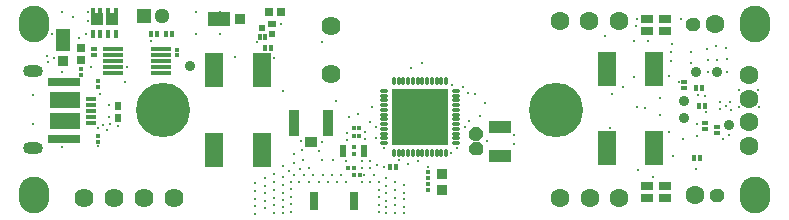
<source format=gts>
%FSTAX23Y23*%
%MOIN*%
%SFA1B1*%

%IPPOS*%
%ADD36C,0.007900*%
%ADD37R,0.031500X0.063000*%
%ADD39R,0.039400X0.031500*%
%ADD71C,0.023600*%
%ADD72C,0.051200*%
%ADD132C,0.024000*%
%ADD133R,0.017700X0.013800*%
%ADD134R,0.015000X0.020900*%
%ADD135R,0.189000X0.189000*%
%ADD136O,0.011800X0.029500*%
%ADD137O,0.029500X0.011800*%
%ADD138R,0.102400X0.055100*%
%ADD139R,0.035400X0.017700*%
%ADD140R,0.106300X0.027600*%
%ADD141R,0.047200X0.074800*%
%ADD142R,0.035400X0.035400*%
%ADD143R,0.025600X0.027600*%
%ADD144O,0.070900X0.015700*%
%ADD145R,0.041100X0.043300*%
%ADD146R,0.041200X0.043300*%
%ADD147R,0.015700X0.031500*%
%ADD148R,0.023600X0.027600*%
%ADD149C,0.035400*%
%ADD150R,0.020900X0.015000*%
%ADD151R,0.059100X0.112200*%
%ADD152R,0.074800X0.047200*%
%ADD153R,0.035400X0.035400*%
%ADD154R,0.016500X0.023600*%
%ADD155R,0.023600X0.023600*%
%ADD156R,0.027600X0.025600*%
%ADD157C,0.011800*%
%ADD158R,0.035400X0.090600*%
%ADD159R,0.043300X0.035400*%
%ADD160R,0.013800X0.017700*%
%ADD161R,0.017700X0.017700*%
%ADD162R,0.021700X0.043300*%
%ADD163R,0.074800X0.043300*%
%ADD164R,0.035400X0.033500*%
%ADD165C,0.063000*%
%ADD166C,0.181100*%
%ADD167O,0.102400X0.122000*%
%ADD168O,0.066900X0.039400*%
%ADD169R,0.051200X0.051200*%
%ADD170C,0.063900*%
%ADD171C,0.013000*%
%LNvapeix_mini_pcb-1*%
%LPD*%
G54D36*
X0438Y03375D03*
X04362Y03365D03*
Y03389D03*
X04396Y03388D03*
X04398Y03361D03*
X02354Y03309D03*
X03154Y03349D03*
X032Y03372D03*
X04161Y03346D03*
X02225Y03603D03*
X02271Y03622D03*
X04311Y03409D03*
X04288Y03411D03*
X04304Y03435D03*
X03054Y03309D03*
X02942Y0332D03*
X04426Y03372D03*
X04425Y03429D03*
X04489Y0343D03*
X0449Y03371D03*
X04349Y03574D03*
X04385Y0349D03*
X04321D03*
X04352Y0353D03*
X04382Y03569D03*
X04318Y03567D03*
X04383Y03532D03*
X04322Y0353D03*
X03321Y03183D03*
X03355Y03192D03*
X03577Y03386D03*
X03512Y03305D03*
X04285Y03275D03*
X04139Y03516D03*
X04242Y03334D03*
X03543Y03417D03*
X03521Y0342D03*
X03505Y03438D03*
X04191Y03476D03*
X03977Y03609D03*
X0411Y03369D03*
X03468Y03445D03*
X02817Y03465D03*
X02846Y03464D03*
X02876Y03535D03*
X02696Y03459D03*
X02662Y03515D03*
X03036Y0359D03*
X02593Y03509D03*
X02745Y03539D03*
X03485Y03237D03*
X03214Y03306D03*
X0308Y03391D03*
X03215Y03268D03*
X04232Y03664D03*
X04371Y03264D03*
X0439Y03279D03*
X04391Y03313D03*
X04081Y03642D03*
X04001Y03414D03*
X04226Y03455D03*
X04239Y03267D03*
X04281Y03165D03*
X0419Y03289D03*
X04143Y03257D03*
X04089Y03163D03*
X042Y03582D03*
X04118Y03626D03*
X04199Y03556D03*
X04075Y03592D03*
X0428Y03489D03*
X04266Y0352D03*
X04204Y03208D03*
X04138Y0314D03*
X04118Y03109D03*
X04039Y03439D03*
X04172Y03069D03*
X04073Y03471D03*
X04118Y03069D03*
X04085Y03664D03*
X04083Y03373D03*
X03995Y03302D03*
X04265Y03556D03*
X0416Y03403D03*
X04198Y03527D03*
X04314Y03355D03*
X0412Y03591D03*
X04285Y03315D03*
X02905Y03425D03*
X02833Y03229D03*
X02819Y03588D03*
X03984Y03499D03*
Y03234D03*
X02676Y03229D03*
X03584Y0326D03*
X03628Y03208D03*
X03629Y03306D03*
X03676Y0328D03*
Y0325D03*
X03309Y0302D03*
X02811Y03067D03*
Y03042D03*
Y03017D03*
Y03092D03*
Y03118D03*
X03106Y03226D03*
X02905Y03177D03*
X03218Y0318D03*
X03209Y03145D03*
X02924Y03159D03*
X03117Y03287D03*
X03179Y0329D03*
Y03264D03*
X03117Y03263D03*
X02941Y03217D03*
X02942Y03184D03*
X02905Y03018D03*
X03248Y03019D03*
X02964Y03259D03*
X03195Y03168D03*
Y03193D03*
X03025Y03226D03*
X03034Y03256D03*
X03167Y03169D03*
Y03193D03*
X02968Y03229D03*
X0297Y03196D03*
X02962Y03166D03*
X03071Y03194D03*
X0299Y03168D03*
X03036Y03197D03*
X03116Y03193D03*
X02875Y03149D03*
Y03122D03*
X02846Y03137D03*
Y03035D03*
Y0311D03*
Y03085D03*
Y0306D03*
X02875Y0302D03*
Y03095D03*
Y0307D03*
Y03045D03*
X02905Y03138D03*
Y03038D03*
Y03111D03*
Y03086D03*
Y03061D03*
X03309Y03064D03*
Y03087D03*
Y03111D03*
Y03039D03*
X03277Y03045D03*
Y0307D03*
Y03095D03*
Y0302D03*
Y03122D03*
X03248Y0306D03*
Y03085D03*
Y0311D03*
Y03039D03*
Y03137D03*
X03223Y03123D03*
Y03021D03*
Y03096D03*
Y03071D03*
Y03046D03*
X03167Y03123D03*
X03195D03*
X03099Y03145D03*
X02941D03*
X02973D03*
X03006D03*
X03037D03*
X03069D03*
X03086Y03123D03*
X03054D03*
X03023D03*
X0299D03*
X02958D03*
X0293Y03048D03*
Y03073D03*
Y03098D03*
Y03023D03*
Y03123D03*
X03116D03*
X03389Y03172D03*
X03174Y03146D03*
X03175Y03227D03*
X03463Y03219D03*
X03242Y03236D03*
X0324Y03171D03*
X02323Y03379D03*
X02325Y0334D03*
X02289Y03242D03*
X02378Y03455D03*
X02384Y03505D03*
X02248Y03616D03*
X02499Y03564D03*
X02276Y03674D03*
X02296Y03656D03*
X02294Y0369D03*
X02254Y03658D03*
X02253Y03688D03*
X02897Y03648D03*
X0267Y03664D03*
X02761Y03667D03*
X02694Y0369D03*
X02696Y03616D03*
X02615D03*
Y0369D03*
X03124Y03338D03*
X02205Y03671D03*
X02169Y03689D03*
X02136Y03614D03*
X02169Y03238D03*
X02072Y03316D03*
Y03411D03*
X02169Y0349D03*
X02276Y03545D03*
X02463Y03593D03*
X02265Y03506D03*
X04288Y03375D03*
X0356Y03343D03*
X03524Y03325D03*
X03194Y03323D03*
X0329Y03195D03*
X03332Y03501D03*
X03369Y03518D03*
X02288Y03301D03*
X02328Y03316D03*
X02317Y03294D03*
X02295Y03416D03*
X02119Y03543D03*
X0212Y03521D03*
X02141Y03536D03*
X02162D03*
G54D37*
X03008Y03058D03*
X03141D03*
G54D39*
X04118Y03069D03*
Y03109D03*
X04178Y03069D03*
Y03109D03*
X04117Y03624D03*
Y03664D03*
X04177Y03624D03*
Y03664D03*
G54D71*
X03818Y03433D03*
X03866Y03412D03*
X03885Y03364D03*
X03866Y03314D03*
X03817Y03295D03*
X03767Y03314D03*
X03746Y03364D03*
X03768Y03416D03*
X02457D03*
X02435Y03364D03*
X02456Y03314D03*
X02506Y03295D03*
X02555Y03314D03*
X02574Y03364D03*
X02555Y03412D03*
X02507Y03433D03*
G54D72*
X02502Y03675D03*
G54D132*
X0428Y03649D02*
D01*
X0428Y03649*
X0428Y0365*
X04279Y03651*
X04279Y03652*
X04279Y03652*
X04279Y03653*
X04278Y03654*
X04278Y03654*
X04278Y03655*
X04277Y03656*
X04277Y03656*
X04276Y03657*
X04275Y03657*
X04275Y03658*
X04274Y03658*
X04274Y03658*
X04273Y03659*
X04272Y03659*
X04271Y03659*
X04271Y03659*
X0427Y03659*
X04269Y03659*
X04268*
X04268Y03659*
X04267Y03659*
X04266Y03659*
X04265Y03659*
X04265Y03659*
X04264Y03658*
X04263Y03658*
X04263Y03658*
X04262Y03657*
X04261Y03657*
X04261Y03656*
X0426Y03656*
X0426Y03655*
X04259Y03654*
X04259Y03654*
X04259Y03653*
X04258Y03652*
X04258Y03652*
X04258Y03651*
X04258Y0365*
X04258Y03649*
X04258Y03649*
X04258Y03648*
X04258Y03647*
X04258Y03646*
X04258Y03645*
X04258Y03645*
X04259Y03644*
X04259Y03643*
X04259Y03643*
X0426Y03642*
X0426Y03641*
X04261Y03641*
X04261Y0364*
X04262Y0364*
X04263Y03639*
X04263Y03639*
X04264Y03639*
X04265Y03638*
X04265Y03638*
X04266Y03638*
X04267Y03638*
X04268Y03638*
X04268Y03638*
X04269*
X0427Y03638*
X04271Y03638*
X04271Y03638*
X04272Y03638*
X04273Y03638*
X04274Y03639*
X04274Y03639*
X04275Y03639*
X04275Y0364*
X04276Y0364*
X04277Y03641*
X04277Y03641*
X04278Y03642*
X04278Y03643*
X04278Y03643*
X04279Y03644*
X04279Y03645*
X04279Y03645*
X04279Y03646*
X0428Y03647*
X0428Y03648*
X0428Y03649*
X04282D02*
D01*
X04282Y03649*
X04282Y0365*
X04282Y03651*
X04281Y03652*
X04281Y03652*
X04281Y03653*
X04281Y03654*
X0428Y03654*
X0428Y03655*
X04279Y03656*
X04279Y03656*
X04278Y03657*
X04278Y03657*
X04277Y03658*
X04276Y03658*
X04276Y03658*
X04275Y03659*
X04274Y03659*
X04274Y03659*
X04273Y03659*
X04272Y03659*
X04271Y03659*
X04271*
X0427Y03659*
X04269Y03659*
X04268Y03659*
X04268Y03659*
X04267Y03659*
X04266Y03658*
X04265Y03658*
X04265Y03658*
X04264Y03657*
X04264Y03657*
X04263Y03656*
X04262Y03656*
X04262Y03655*
X04262Y03654*
X04261Y03654*
X04261Y03653*
X04261Y03652*
X0426Y03652*
X0426Y03651*
X0426Y0365*
X0426Y03649*
X0426Y03649*
X0426Y03648*
X0426Y03647*
X0426Y03646*
X0426Y03645*
X04261Y03645*
X04261Y03644*
X04261Y03643*
X04262Y03643*
X04262Y03642*
X04262Y03641*
X04263Y03641*
X04264Y0364*
X04264Y0364*
X04265Y03639*
X04265Y03639*
X04266Y03639*
X04267Y03638*
X04268Y03638*
X04268Y03638*
X04269Y03638*
X0427Y03638*
X04271Y03638*
X04271*
X04272Y03638*
X04273Y03638*
X04274Y03638*
X04274Y03638*
X04275Y03638*
X04276Y03639*
X04276Y03639*
X04277Y03639*
X04278Y0364*
X04278Y0364*
X04279Y03641*
X04279Y03641*
X0428Y03642*
X0428Y03643*
X04281Y03643*
X04281Y03644*
X04281Y03645*
X04281Y03645*
X04282Y03646*
X04282Y03647*
X04282Y03648*
X04282Y03649*
X0436Y03079D02*
D01*
X0436Y03079*
X0436Y0308*
X04359Y03081*
X04359Y03082*
X04359Y03082*
X04359Y03083*
X04358Y03084*
X04358Y03084*
X04358Y03085*
X04357Y03086*
X04357Y03086*
X04356Y03087*
X04355Y03087*
X04355Y03088*
X04354Y03088*
X04354Y03088*
X04353Y03089*
X04352Y03089*
X04351Y03089*
X04351Y03089*
X0435Y03089*
X04349Y03089*
X04348*
X04348Y03089*
X04347Y03089*
X04346Y03089*
X04345Y03089*
X04345Y03089*
X04344Y03088*
X04343Y03088*
X04343Y03088*
X04342Y03087*
X04341Y03087*
X04341Y03086*
X0434Y03086*
X0434Y03085*
X04339Y03084*
X04339Y03084*
X04339Y03083*
X04338Y03082*
X04338Y03082*
X04338Y03081*
X04338Y0308*
X04338Y03079*
X04338Y03079*
X04338Y03078*
X04338Y03077*
X04338Y03076*
X04338Y03075*
X04338Y03075*
X04339Y03074*
X04339Y03073*
X04339Y03073*
X0434Y03072*
X0434Y03071*
X04341Y03071*
X04341Y0307*
X04342Y0307*
X04343Y03069*
X04343Y03069*
X04344Y03069*
X04345Y03068*
X04345Y03068*
X04346Y03068*
X04347Y03068*
X04348Y03068*
X04348Y03068*
X04349*
X0435Y03068*
X04351Y03068*
X04351Y03068*
X04352Y03068*
X04353Y03068*
X04354Y03069*
X04354Y03069*
X04355Y03069*
X04355Y0307*
X04356Y0307*
X04357Y03071*
X04357Y03071*
X04358Y03072*
X04358Y03073*
X04358Y03073*
X04359Y03074*
X04359Y03075*
X04359Y03075*
X04359Y03076*
X0436Y03077*
X0436Y03078*
X0436Y03079*
X04362D02*
D01*
X04362Y03079*
X04362Y0308*
X04362Y03081*
X04361Y03082*
X04361Y03082*
X04361Y03083*
X04361Y03084*
X0436Y03084*
X0436Y03085*
X04359Y03086*
X04359Y03086*
X04358Y03087*
X04358Y03087*
X04357Y03088*
X04356Y03088*
X04356Y03088*
X04355Y03089*
X04354Y03089*
X04354Y03089*
X04353Y03089*
X04352Y03089*
X04351Y03089*
X04351*
X0435Y03089*
X04349Y03089*
X04348Y03089*
X04348Y03089*
X04347Y03089*
X04346Y03088*
X04345Y03088*
X04345Y03088*
X04344Y03087*
X04344Y03087*
X04343Y03086*
X04342Y03086*
X04342Y03085*
X04342Y03084*
X04341Y03084*
X04341Y03083*
X04341Y03082*
X0434Y03082*
X0434Y03081*
X0434Y0308*
X0434Y03079*
X0434Y03079*
X0434Y03078*
X0434Y03077*
X0434Y03076*
X0434Y03075*
X04341Y03075*
X04341Y03074*
X04341Y03073*
X04342Y03073*
X04342Y03072*
X04342Y03071*
X04343Y03071*
X04344Y0307*
X04344Y0307*
X04345Y03069*
X04345Y03069*
X04346Y03069*
X04347Y03068*
X04348Y03068*
X04348Y03068*
X04349Y03068*
X0435Y03068*
X04351Y03068*
X04351*
X04352Y03068*
X04353Y03068*
X04354Y03068*
X04354Y03068*
X04355Y03068*
X04356Y03069*
X04356Y03069*
X04357Y03069*
X04358Y0307*
X04358Y0307*
X04359Y03071*
X04359Y03071*
X0436Y03072*
X0436Y03073*
X04361Y03073*
X04361Y03074*
X04361Y03075*
X04361Y03075*
X04362Y03076*
X04362Y03077*
X04362Y03078*
X04362Y03079*
X03559Y03235D02*
D01*
X03559Y03235*
X03559Y03236*
X03559Y03237*
X03559Y03238*
X03559Y03238*
X03558Y03239*
X03558Y0324*
X03558Y0324*
X03557Y03241*
X03557Y03242*
X03556Y03242*
X03556Y03243*
X03555Y03243*
X03554Y03244*
X03554Y03244*
X03553Y03244*
X03552Y03245*
X03552Y03245*
X03551Y03245*
X0355Y03245*
X03549Y03245*
X03549Y03245*
X03548*
X03547Y03245*
X03546Y03245*
X03546Y03245*
X03545Y03245*
X03544Y03245*
X03543Y03244*
X03543Y03244*
X03542Y03244*
X03542Y03243*
X03541Y03243*
X0354Y03242*
X0354Y03242*
X03539Y03241*
X03539Y0324*
X03539Y0324*
X03538Y03239*
X03538Y03238*
X03538Y03238*
X03538Y03237*
X03537Y03236*
X03537Y03235*
X03537Y03235*
X03537Y03234*
X03537Y03233*
X03538Y03232*
X03538Y03231*
X03538Y03231*
X03538Y0323*
X03539Y03229*
X03539Y03229*
X03539Y03228*
X0354Y03227*
X0354Y03227*
X03541Y03226*
X03542Y03226*
X03542Y03225*
X03543Y03225*
X03543Y03225*
X03544Y03224*
X03545Y03224*
X03546Y03224*
X03546Y03224*
X03547Y03224*
X03548Y03224*
X03549*
X03549Y03224*
X0355Y03224*
X03551Y03224*
X03552Y03224*
X03552Y03224*
X03553Y03225*
X03554Y03225*
X03554Y03225*
X03555Y03226*
X03556Y03226*
X03556Y03227*
X03557Y03227*
X03557Y03228*
X03558Y03229*
X03558Y03229*
X03558Y0323*
X03559Y03231*
X03559Y03231*
X03559Y03232*
X03559Y03233*
X03559Y03234*
X03559Y03235*
X03557D02*
D01*
X03557Y03235*
X03557Y03236*
X03557Y03237*
X03557Y03238*
X03556Y03238*
X03556Y03239*
X03556Y0324*
X03555Y0324*
X03555Y03241*
X03555Y03242*
X03554Y03242*
X03553Y03243*
X03553Y03243*
X03552Y03244*
X03552Y03244*
X03551Y03244*
X0355Y03245*
X03549Y03245*
X03549Y03245*
X03548Y03245*
X03547Y03245*
X03546Y03245*
X03546*
X03545Y03245*
X03544Y03245*
X03543Y03245*
X03543Y03245*
X03542Y03245*
X03541Y03244*
X03541Y03244*
X0354Y03244*
X03539Y03243*
X03539Y03243*
X03538Y03242*
X03538Y03242*
X03537Y03241*
X03537Y0324*
X03536Y0324*
X03536Y03239*
X03536Y03238*
X03536Y03238*
X03535Y03237*
X03535Y03236*
X03535Y03235*
X03535Y03235*
X03535Y03234*
X03535Y03233*
X03535Y03232*
X03536Y03231*
X03536Y03231*
X03536Y0323*
X03536Y03229*
X03537Y03229*
X03537Y03228*
X03538Y03227*
X03538Y03227*
X03539Y03226*
X03539Y03226*
X0354Y03225*
X03541Y03225*
X03541Y03225*
X03542Y03224*
X03543Y03224*
X03543Y03224*
X03544Y03224*
X03545Y03224*
X03546Y03224*
X03546*
X03547Y03224*
X03548Y03224*
X03549Y03224*
X03549Y03224*
X0355Y03224*
X03551Y03225*
X03552Y03225*
X03552Y03225*
X03553Y03226*
X03553Y03226*
X03554Y03227*
X03555Y03227*
X03555Y03228*
X03555Y03229*
X03556Y03229*
X03556Y0323*
X03556Y03231*
X03557Y03231*
X03557Y03232*
X03557Y03233*
X03557Y03234*
X03557Y03235*
X03558Y03284D02*
D01*
X03558Y03284*
X03558Y03285*
X03558Y03286*
X03558Y03287*
X03558Y03287*
X03557Y03288*
X03557Y03289*
X03557Y03289*
X03556Y0329*
X03556Y03291*
X03555Y03291*
X03555Y03292*
X03554Y03292*
X03553Y03293*
X03553Y03293*
X03552Y03293*
X03551Y03294*
X03551Y03294*
X0355Y03294*
X03549Y03294*
X03548Y03294*
X03548Y03294*
X03547*
X03546Y03294*
X03545Y03294*
X03545Y03294*
X03544Y03294*
X03543Y03294*
X03542Y03293*
X03542Y03293*
X03541Y03293*
X03541Y03292*
X0354Y03292*
X03539Y03291*
X03539Y03291*
X03538Y0329*
X03538Y03289*
X03538Y03289*
X03537Y03288*
X03537Y03287*
X03537Y03287*
X03537Y03286*
X03536Y03285*
X03536Y03284*
X03536Y03284*
X03536Y03283*
X03536Y03282*
X03537Y03281*
X03537Y0328*
X03537Y0328*
X03537Y03279*
X03538Y03278*
X03538Y03278*
X03538Y03277*
X03539Y03276*
X03539Y03276*
X0354Y03275*
X03541Y03275*
X03541Y03274*
X03542Y03274*
X03542Y03274*
X03543Y03273*
X03544Y03273*
X03545Y03273*
X03545Y03273*
X03546Y03273*
X03547Y03273*
X03548*
X03548Y03273*
X03549Y03273*
X0355Y03273*
X03551Y03273*
X03551Y03273*
X03552Y03274*
X03553Y03274*
X03553Y03274*
X03554Y03275*
X03555Y03275*
X03555Y03276*
X03556Y03276*
X03556Y03277*
X03557Y03278*
X03557Y03278*
X03557Y03279*
X03558Y0328*
X03558Y0328*
X03558Y03281*
X03558Y03282*
X03558Y03283*
X03558Y03284*
X03556D02*
D01*
X03556Y03284*
X03556Y03285*
X03556Y03286*
X03556Y03287*
X03555Y03287*
X03555Y03288*
X03555Y03289*
X03554Y03289*
X03554Y0329*
X03554Y03291*
X03553Y03291*
X03552Y03292*
X03552Y03292*
X03551Y03293*
X03551Y03293*
X0355Y03293*
X03549Y03294*
X03548Y03294*
X03548Y03294*
X03547Y03294*
X03546Y03294*
X03545Y03294*
X03545*
X03544Y03294*
X03543Y03294*
X03542Y03294*
X03542Y03294*
X03541Y03294*
X0354Y03293*
X0354Y03293*
X03539Y03293*
X03538Y03292*
X03538Y03292*
X03537Y03291*
X03537Y03291*
X03536Y0329*
X03536Y03289*
X03535Y03289*
X03535Y03288*
X03535Y03287*
X03535Y03287*
X03534Y03286*
X03534Y03285*
X03534Y03284*
X03534Y03284*
X03534Y03283*
X03534Y03282*
X03534Y03281*
X03535Y0328*
X03535Y0328*
X03535Y03279*
X03535Y03278*
X03536Y03278*
X03536Y03277*
X03537Y03276*
X03537Y03276*
X03538Y03275*
X03538Y03275*
X03539Y03274*
X0354Y03274*
X0354Y03274*
X03541Y03273*
X03542Y03273*
X03542Y03273*
X03543Y03273*
X03544Y03273*
X03545Y03273*
X03545*
X03546Y03273*
X03547Y03273*
X03548Y03273*
X03548Y03273*
X03549Y03273*
X0355Y03274*
X03551Y03274*
X03551Y03274*
X03552Y03275*
X03552Y03275*
X03553Y03276*
X03554Y03276*
X03554Y03277*
X03554Y03278*
X03555Y03278*
X03555Y03279*
X03555Y0328*
X03556Y0328*
X03556Y03281*
X03556Y03282*
X03556Y03283*
X03556Y03284*
G54D133*
X03389Y03156D03*
Y03137D03*
X0223Y03499D03*
Y0348D03*
X02552Y03544D03*
Y03563D03*
X02288Y03439D03*
Y03458D03*
X02289Y03256D03*
Y03275D03*
X03389Y03115D03*
Y03096D03*
G54D134*
X0326Y03171D03*
X0328D03*
X02514Y03616D03*
X02534D03*
X02483D03*
X02463D03*
X04291Y03376D03*
X04311D03*
X0428Y03435D03*
X043D03*
X04273Y03202D03*
X04293D03*
X02865Y0357D03*
X02845D03*
G54D135*
X03362Y03339D03*
G54D136*
X03448Y03219D03*
X03432D03*
X03417D03*
X03401D03*
X03385D03*
X03369D03*
X03354D03*
X03338D03*
X03322D03*
X03306D03*
X03291D03*
X03275D03*
Y03458D03*
X03291D03*
X03306D03*
X03322D03*
X03338D03*
X03354D03*
X03369D03*
X03385D03*
X03401D03*
X03417D03*
X03432D03*
X03448D03*
G54D137*
X03242Y03252D03*
Y03268D03*
Y03283D03*
Y03299D03*
Y03315D03*
Y03331D03*
Y03346D03*
Y03362D03*
Y03378D03*
Y03394D03*
Y03409D03*
Y03425D03*
X03481D03*
Y03409D03*
Y03394D03*
Y03378D03*
Y03362D03*
Y03346D03*
Y03331D03*
Y03315D03*
Y03299D03*
Y03283D03*
Y03268D03*
Y03252D03*
G54D138*
X02179Y03324D03*
X02179Y03394D03*
G54D139*
X02265Y0332D03*
Y03399D03*
Y03379D03*
Y03359D03*
Y0334D03*
G54D140*
X02175Y03454D03*
Y03265D03*
G54D141*
X02172Y03596D03*
G54D142*
X02172Y03525D03*
G54D143*
X0223Y03568D03*
Y03529D03*
G54D144*
X02338Y03564D03*
Y03544D03*
Y03525D03*
Y03505D03*
Y03485D03*
X02499Y03564D03*
Y03544D03*
Y03525D03*
Y03505D03*
Y03485D03*
G54D145*
X02334Y03667D03*
G54D146*
X02283Y03667D03*
G54D147*
X02271Y03616D03*
X02296D03*
X02347D03*
X02322D03*
Y03688D03*
X02347D03*
X02296D03*
X02271D03*
G54D148*
X02354Y03375D03*
Y03336D03*
G54D149*
X02593Y03509D03*
X04391Y03313D03*
X04242Y03334D03*
X0428Y03489D03*
X04241Y03391D03*
X04352Y03489D03*
G54D150*
X02276Y03545D03*
Y03565D03*
X0435Y03287D03*
Y03307D03*
X0431Y0332D03*
Y033D03*
X0424Y03455D03*
Y03435D03*
G54D151*
X03984Y03499D03*
X04141D03*
X03984Y03234D03*
X04141D03*
X02676Y03494D03*
X02833D03*
X02676Y03229D03*
X02833D03*
G54D152*
X0269Y03667D03*
G54D153*
X02761Y03667D03*
G54D154*
X02844Y03605D03*
X02828D03*
X0286Y03648D03*
X02876D03*
G54D155*
X02835Y03634D03*
X02868Y03617D03*
G54D156*
X02859Y03688D03*
X02898D03*
G54D157*
X04257Y03649D03*
X04283D03*
X04337Y03079D03*
X04363D03*
X03561Y03235D03*
X03534D03*
X0356Y03284D03*
X03533D03*
X02306Y03313D03*
G54D158*
X03053Y0332D03*
X02942D03*
G54D159*
X02998Y03257D03*
G54D160*
X0314Y03169D03*
X03121D03*
X03141Y03146D03*
X0316D03*
X03159Y03275D03*
X0314D03*
Y03302D03*
X03159D03*
G54D161*
X0314Y03239D03*
Y03214D03*
G54D162*
X03106Y03226D03*
X03175Y03227D03*
G54D163*
X03629Y03307D03*
Y03208D03*
G54D164*
X03433Y03096D03*
Y03149D03*
G54D165*
X04457Y03243D03*
Y03322D03*
Y03479D03*
Y034D03*
X04344Y03649D03*
X04278Y03079D03*
X03828Y03659D03*
X03926Y0366D03*
X04023D03*
X03828Y03068D03*
X04026D03*
X03927D03*
G54D166*
X03815Y03363D03*
X02505D03*
G54D167*
X04477Y03078D03*
Y03648D03*
X02075Y0365D03*
Y0308D03*
G54D168*
X02072Y03234D03*
Y03493D03*
G54D169*
X0244Y03675D03*
G54D170*
X03063Y03641D03*
Y03483D03*
X02441Y0307D03*
X02541D03*
X02341D03*
X02241D03*
G54D171*
X03291Y03409D03*
X03338D03*
X03385D03*
X03432D03*
X03291Y03362D03*
X03338D03*
X03385D03*
X03432D03*
X03291Y03315D03*
X03338D03*
X03385D03*
X03432D03*
X03291Y03268D03*
X03338D03*
X03385D03*
X03432D03*
M02*
</source>
